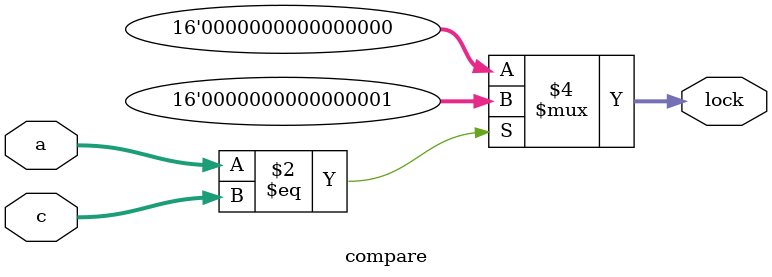
<source format=sv>
module nerv(DATA_IN,PASS,RESET,READ,WRITE,LOCK,CS);
input [15:0]DATA_IN;
input RESET,READ,WRITE,CS,PASS;
output [15:0]LOCK;
wire [15:0]x1;
wire [15:0]x2;
memory m1(RESET,CS,PASS,DATA_IN,x1,x2,READ,WRITE);
compare c1(x1,x2,LOCK);
endmodule

module memory(reset,cs,add,din,dout,dout1,rd,wr);
input reset,cs,rd,wr,add;
input [15:0] din;
output reg [15:0] dout;
output reg [15:0] dout1;
reg [15:0] memo [1:0];
always @(*)
begin
if(~reset)
begin
if(cs == 1 & wr ==1)
begin
memo[add]<=din;
end
end
if (cs==1 & rd==1)
begin
dout<=memo[0];
dout1<=memo[1];
end
end
endmodule

module compare(a,c,lock);
input [15:0]a;
input [15:0]c;
output reg [15:0]lock;
always @(*)
begin
if (a==c)
begin
lock<=16'b1;
end
else
lock<=16'b0;
end
endmodule

</source>
